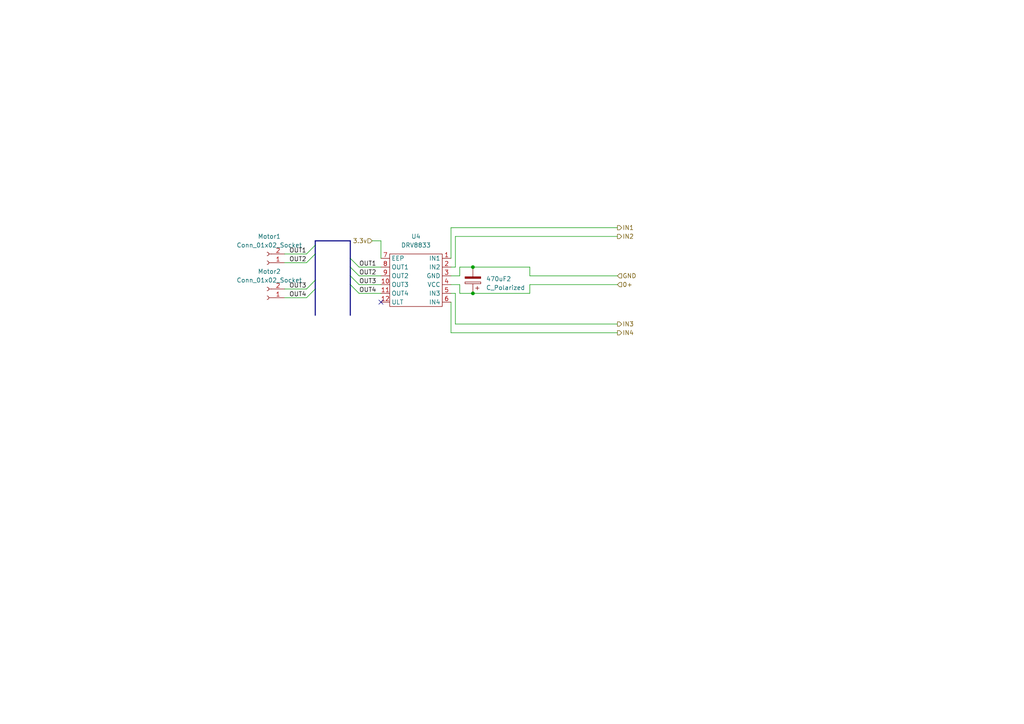
<source format=kicad_sch>
(kicad_sch (version 20250114) (generator "eeschema") (generator_version "9.0")
  (paper "A4")
  (lib_symbols
    (symbol "Componentes Personalizados:DRV8833"
      (property "Reference" "U4" (at 0 11.43 0))
      (property "Value" "DRV8833" (at 0 8.89 0))
      (symbol "DRV8833_0_1"
        (rectangle (start -7.6199 6.35) (end 7.6199 -8.89))
      )
      (symbol "DRV8833_1_1"
        (pin output line (at -10.16 5.08 0) (length 2.54) (name "EEP") (number "7"))
        (pin output line (at -10.16 2.54 0) (length 2.54) (name "OUT1") (number "8"))
        (pin output line (at -10.16 0 0) (length 2.54) (name "OUT2") (number "9"))
        (pin output line (at -10.16 -2.54 0) (length 2.54) (name "OUT3") (number "10"))
        (pin output line (at -10.16 -5.08 0) (length 2.54) (name "OUT4") (number "11"))
        (pin output line (at -10.16 -7.62 0) (length 2.54) (name "ULT") (number "12"))
        (pin output line (at 10.16 5.08 180) (length 2.54) (name "IN1") (number "1"))
        (pin output line (at 10.16 2.54 180) (length 2.54) (name "IN2") (number "2"))
        (pin output line (at 10.16 0 180) (length 2.54) (name "GND") (number "3"))
        (pin output line (at 10.16 -2.54 180) (length 2.54) (name "VCC") (number "4"))
        (pin output line (at 10.16 -5.08 180) (length 2.54) (name "IN3") (number "5"))
        (pin output line (at 10.16 -7.62 180) (length 2.54) (name "IN4") (number "6"))
      )
    )
    (symbol "Connector:Conn_01x02_Socket" (pin_names (offset 1.016) (hide yes))
      (property "Reference" "J" (at 0 2.54 0))
      (property "Value" "Conn_01x02_Socket" (at 0 -5.08 0))
      (symbol "Conn_01x02_Socket_1_1"
        (polyline (pts (xy -1.27 0) (xy -0.508 0)) (stroke (width 0.1524)))
        (polyline (pts (xy -1.27 -2.54) (xy -0.508 -2.54)) (stroke (width 0.1524)))
        (arc (start 0 -0.508) (mid -0.5058 0) (end 0 0.508) (stroke (width 0.1524)))
        (arc (start 0 -3.048) (mid -0.5058 -2.54) (end 0 -2.032) (stroke (width 0.1524)))
        (pin passive line (at -5.08 0 0) (length 3.81) (name "Pin_1") (number "1"))
        (pin passive line (at -5.08 -2.54 0) (length 3.81) (name "Pin_2") (number "2"))
      )
    )
    (symbol "Device:C_Polarized" (pin_numbers (hide yes)) (pin_names (offset 0.254))
      (property "Reference" "C" (at 0.635 2.54 0))
      (property "Value" "C_Polarized" (at 0.635 -2.54 0))
      (symbol "C_Polarized_0_1"
        (rectangle (start -2.286 0.508) (end 2.286 1.016))
        (polyline (pts (xy -1.778 2.286) (xy -0.762 2.286)))
        (polyline (pts (xy -1.27 2.794) (xy -1.27 1.778)))
        (rectangle (start 2.286 -0.508) (end -2.286 -1.016) (fill (type outline)))
      )
      (symbol "C_Polarized_1_1"
        (pin passive line (at 0 3.81 270) (length 2.794) (name "~") (number "1"))
        (pin passive line (at 0 -3.81 90) (length 2.794) (name "~") (number "2"))
      )
    )
  )
  (junction (at 137.16 85.09))
  (junction (at 137.16 77.47))
  (no_connect (at 110.49 87.63))
  (bus_entry (at 101.6 74.93) (size 2.54 2.54))
  (bus_entry (at 91.44 71.12) (size -2.54 2.54))
  (bus_entry (at 101.6 82.55) (size 2.54 2.54))
  (bus_entry (at 91.44 81.28) (size -2.54 2.54))
  (bus_entry (at 101.6 77.47) (size 2.54 2.54))
  (bus_entry (at 91.44 73.66) (size -2.54 2.54))
  (bus_entry (at 91.44 83.82) (size -2.54 2.54))
  (bus_entry (at 101.6 80.01) (size 2.54 2.54))
  (wire (pts (xy 107.95 69.85) (xy 110.49 69.85)))
  (wire (pts (xy 82.55 86.36) (xy 88.9 86.36)))
  (wire (pts (xy 130.81 66.04) (xy 130.81 74.93)))
  (wire (pts (xy 132.08 85.09) (xy 130.81 85.09)))
  (wire (pts (xy 132.08 68.58) (xy 132.08 77.47)))
  (bus (pts (xy 101.6 82.55) (xy 101.6 91.44)))
  (wire (pts (xy 130.81 80.01) (xy 133.35 80.01)))
  (wire (pts (xy 82.55 76.2) (xy 88.9 76.2)))
  (wire (pts (xy 130.81 96.52) (xy 130.81 87.63)))
  (bus (pts (xy 91.44 83.82) (xy 91.44 91.44)))
  (wire (pts (xy 179.07 82.55) (xy 153.67 82.55)))
  (bus (pts (xy 101.6 77.47) (xy 101.6 80.01)))
  (bus (pts (xy 91.44 73.66) (xy 91.44 81.28)))
  (wire (pts (xy 133.35 85.09) (xy 133.35 82.55)))
  (wire (pts (xy 153.67 82.55) (xy 153.67 85.09)))
  (wire (pts (xy 82.55 83.82) (xy 88.9 83.82)))
  (wire (pts (xy 133.35 82.55) (xy 130.81 82.55)))
  (wire (pts (xy 110.49 69.85) (xy 110.49 74.93)))
  (wire (pts (xy 104.14 82.55) (xy 110.49 82.55)))
  (wire (pts (xy 137.16 77.47) (xy 153.67 77.47)))
  (bus (pts (xy 101.6 69.85) (xy 101.6 74.93)))
  (wire (pts (xy 179.07 93.98) (xy 132.08 93.98)))
  (wire (pts (xy 104.14 85.09) (xy 110.49 85.09)))
  (wire (pts (xy 153.67 80.01) (xy 179.07 80.01)))
  (wire (pts (xy 137.16 85.09) (xy 133.35 85.09)))
  (wire (pts (xy 82.55 73.66) (xy 88.9 73.66)))
  (wire (pts (xy 132.08 93.98) (xy 132.08 85.09)))
  (wire (pts (xy 153.67 77.47) (xy 153.67 80.01)))
  (wire (pts (xy 153.67 85.09) (xy 137.16 85.09)))
  (wire (pts (xy 133.35 77.47) (xy 133.35 80.01)))
  (wire (pts (xy 179.07 68.58) (xy 132.08 68.58)))
  (bus (pts (xy 101.6 69.85) (xy 91.44 69.85)))
  (wire (pts (xy 132.08 77.47) (xy 130.81 77.47)))
  (bus (pts (xy 91.44 81.28) (xy 91.44 83.82)))
  (bus (pts (xy 101.6 80.01) (xy 101.6 82.55)))
  (bus (pts (xy 101.6 74.93) (xy 101.6 77.47)))
  (wire (pts (xy 130.81 96.52) (xy 179.07 96.52)))
  (wire (pts (xy 104.14 80.01) (xy 110.49 80.01)))
  (bus (pts (xy 91.44 71.12) (xy 91.44 73.66)))
  (wire (pts (xy 104.14 77.47) (xy 110.49 77.47)))
  (bus (pts (xy 91.44 69.85) (xy 91.44 71.12)))
  (wire (pts (xy 137.16 77.47) (xy 133.35 77.47)))
  (wire (pts (xy 130.81 66.04) (xy 179.07 66.04)))
  (label "OUT2" (at 104.14 80.01 0))
  (label "OUT4" (at 104.14 85.09 0))
  (label "OUT3" (at 88.9 83.82 180))
  (label "OUT1" (at 88.9 73.66 180))
  (label "OUT3" (at 104.14 82.55 0))
  (label "OUT4" (at 88.9 86.36 180))
  (label "OUT2" (at 88.9 76.2 180))
  (label "OUT1" (at 104.14 77.47 0))
  (hierarchical_label "GND" (shape input) (at 179.07 80.01 0))
  (hierarchical_label "IN3" (shape output) (at 179.07 93.98 0))
  (hierarchical_label "IN2" (shape output) (at 179.07 68.58 0))
  (hierarchical_label "IN4" (shape output) (at 179.07 96.52 0))
  (hierarchical_label "IN1" (shape output) (at 179.07 66.04 0))
  (hierarchical_label "3.3v" (shape input) (at 107.95 69.85 180))
  (hierarchical_label "0+" (shape input) (at 179.07 82.55 0))
  (symbol (lib_id "Componentes Personalizados:DRV8833") (at 120.65 80.01 0) (unit 1)
    (property "Reference" "U4" (at 120.65 68.58 0))
    (property "Value" "DRV8833" (at 120.65 71.12 0))
    (property "Footprint" "Footprints Personalizados:DRV8833" (effects (hide yes)))
  )
  (symbol (lib_id "Connector:Conn_01x02_Socket") (at 77.47 86.36 180) (unit 1)
    (property "Reference" "Motor2" (at 78.105 78.74 0))
    (property "Value" "Conn_01x02_Socket" (at 78.105 81.28 0))
    (property "Footprint" "Connector_JST:JST_XH_B2B-XH-A_1x02_P2.50mm_Vertical" (effects (hide yes)))
    (property "Description" "Generic connector, single row, 01x02, script generated" (effects (hide yes)))
  )
  (symbol (lib_id "Device:C_Polarized") (at 137.16 81.28 180) (unit 1)
    (property "Reference" "470uF2" (at 140.97 80.8989 0) (effects (justify right)))
    (property "Value" "C_Polarized" (at 140.97 83.4389 0) (effects (justify right)))
    (property "Footprint" "Capacitor_THT:CP_Radial_D10.0mm_P3.50mm" (effects (hide yes)))
    (property "Description" "Polarized capacitor" (effects (hide yes)))
  )
  (symbol (lib_id "Connector:Conn_01x02_Socket") (at 77.47 76.2 180) (unit 1)
    (property "Reference" "Motor1" (at 78.105 68.58 0))
    (property "Value" "Conn_01x02_Socket" (at 78.105 71.12 0))
    (property "Footprint" "Connector_JST:JST_XH_B2B-XH-A_1x02_P2.50mm_Vertical" (effects (hide yes)))
    (property "Description" "Generic connector, single row, 01x02, script generated" (effects (hide yes)))
  )
)
</source>
